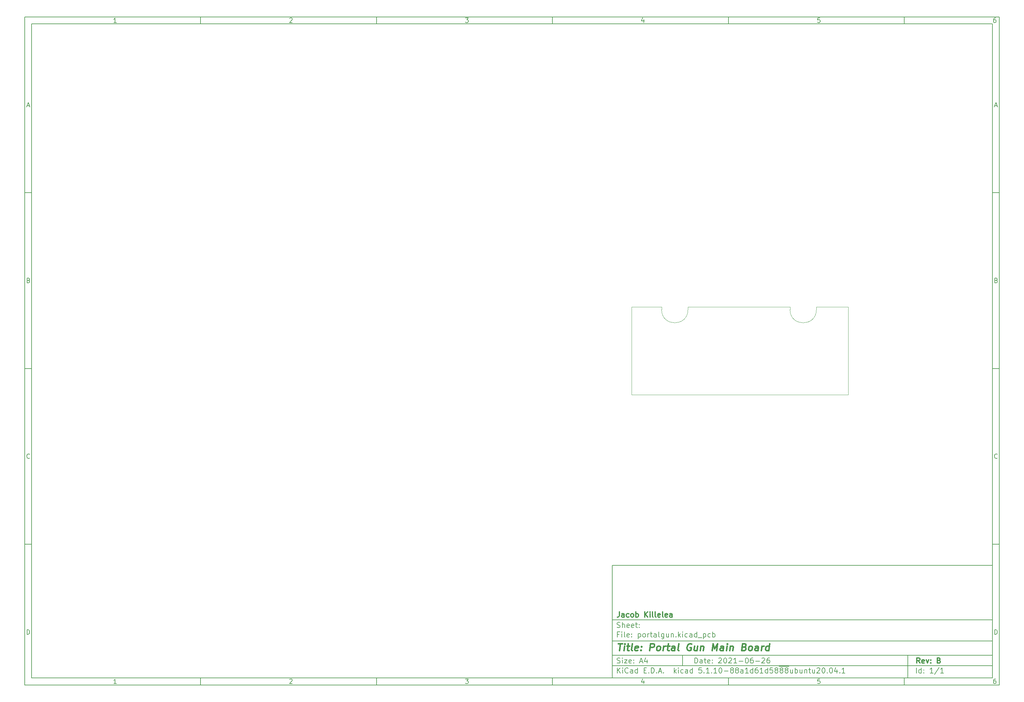
<source format=gbr>
%TF.GenerationSoftware,KiCad,Pcbnew,5.1.10-88a1d61d58~88~ubuntu20.04.1*%
%TF.CreationDate,2021-06-26T15:26:23-05:00*%
%TF.ProjectId,portalgun,706f7274-616c-4677-956e-2e6b69636164,B*%
%TF.SameCoordinates,Original*%
%TF.FileFunction,Profile,NP*%
%FSLAX46Y46*%
G04 Gerber Fmt 4.6, Leading zero omitted, Abs format (unit mm)*
G04 Created by KiCad (PCBNEW 5.1.10-88a1d61d58~88~ubuntu20.04.1) date 2021-06-26 15:26:23*
%MOMM*%
%LPD*%
G01*
G04 APERTURE LIST*
%ADD10C,0.100000*%
%ADD11C,0.150000*%
%ADD12C,0.300000*%
%ADD13C,0.400000*%
%TA.AperFunction,Profile*%
%ADD14C,0.050000*%
%TD*%
G04 APERTURE END LIST*
D10*
D11*
X177002200Y-166007200D02*
X177002200Y-198007200D01*
X285002200Y-198007200D01*
X285002200Y-166007200D01*
X177002200Y-166007200D01*
D10*
D11*
X10000000Y-10000000D02*
X10000000Y-200007200D01*
X287002200Y-200007200D01*
X287002200Y-10000000D01*
X10000000Y-10000000D01*
D10*
D11*
X12000000Y-12000000D02*
X12000000Y-198007200D01*
X285002200Y-198007200D01*
X285002200Y-12000000D01*
X12000000Y-12000000D01*
D10*
D11*
X60000000Y-12000000D02*
X60000000Y-10000000D01*
D10*
D11*
X110000000Y-12000000D02*
X110000000Y-10000000D01*
D10*
D11*
X160000000Y-12000000D02*
X160000000Y-10000000D01*
D10*
D11*
X210000000Y-12000000D02*
X210000000Y-10000000D01*
D10*
D11*
X260000000Y-12000000D02*
X260000000Y-10000000D01*
D10*
D11*
X36065476Y-11588095D02*
X35322619Y-11588095D01*
X35694047Y-11588095D02*
X35694047Y-10288095D01*
X35570238Y-10473809D01*
X35446428Y-10597619D01*
X35322619Y-10659523D01*
D10*
D11*
X85322619Y-10411904D02*
X85384523Y-10350000D01*
X85508333Y-10288095D01*
X85817857Y-10288095D01*
X85941666Y-10350000D01*
X86003571Y-10411904D01*
X86065476Y-10535714D01*
X86065476Y-10659523D01*
X86003571Y-10845238D01*
X85260714Y-11588095D01*
X86065476Y-11588095D01*
D10*
D11*
X135260714Y-10288095D02*
X136065476Y-10288095D01*
X135632142Y-10783333D01*
X135817857Y-10783333D01*
X135941666Y-10845238D01*
X136003571Y-10907142D01*
X136065476Y-11030952D01*
X136065476Y-11340476D01*
X136003571Y-11464285D01*
X135941666Y-11526190D01*
X135817857Y-11588095D01*
X135446428Y-11588095D01*
X135322619Y-11526190D01*
X135260714Y-11464285D01*
D10*
D11*
X185941666Y-10721428D02*
X185941666Y-11588095D01*
X185632142Y-10226190D02*
X185322619Y-11154761D01*
X186127380Y-11154761D01*
D10*
D11*
X236003571Y-10288095D02*
X235384523Y-10288095D01*
X235322619Y-10907142D01*
X235384523Y-10845238D01*
X235508333Y-10783333D01*
X235817857Y-10783333D01*
X235941666Y-10845238D01*
X236003571Y-10907142D01*
X236065476Y-11030952D01*
X236065476Y-11340476D01*
X236003571Y-11464285D01*
X235941666Y-11526190D01*
X235817857Y-11588095D01*
X235508333Y-11588095D01*
X235384523Y-11526190D01*
X235322619Y-11464285D01*
D10*
D11*
X285941666Y-10288095D02*
X285694047Y-10288095D01*
X285570238Y-10350000D01*
X285508333Y-10411904D01*
X285384523Y-10597619D01*
X285322619Y-10845238D01*
X285322619Y-11340476D01*
X285384523Y-11464285D01*
X285446428Y-11526190D01*
X285570238Y-11588095D01*
X285817857Y-11588095D01*
X285941666Y-11526190D01*
X286003571Y-11464285D01*
X286065476Y-11340476D01*
X286065476Y-11030952D01*
X286003571Y-10907142D01*
X285941666Y-10845238D01*
X285817857Y-10783333D01*
X285570238Y-10783333D01*
X285446428Y-10845238D01*
X285384523Y-10907142D01*
X285322619Y-11030952D01*
D10*
D11*
X60000000Y-198007200D02*
X60000000Y-200007200D01*
D10*
D11*
X110000000Y-198007200D02*
X110000000Y-200007200D01*
D10*
D11*
X160000000Y-198007200D02*
X160000000Y-200007200D01*
D10*
D11*
X210000000Y-198007200D02*
X210000000Y-200007200D01*
D10*
D11*
X260000000Y-198007200D02*
X260000000Y-200007200D01*
D10*
D11*
X36065476Y-199595295D02*
X35322619Y-199595295D01*
X35694047Y-199595295D02*
X35694047Y-198295295D01*
X35570238Y-198481009D01*
X35446428Y-198604819D01*
X35322619Y-198666723D01*
D10*
D11*
X85322619Y-198419104D02*
X85384523Y-198357200D01*
X85508333Y-198295295D01*
X85817857Y-198295295D01*
X85941666Y-198357200D01*
X86003571Y-198419104D01*
X86065476Y-198542914D01*
X86065476Y-198666723D01*
X86003571Y-198852438D01*
X85260714Y-199595295D01*
X86065476Y-199595295D01*
D10*
D11*
X135260714Y-198295295D02*
X136065476Y-198295295D01*
X135632142Y-198790533D01*
X135817857Y-198790533D01*
X135941666Y-198852438D01*
X136003571Y-198914342D01*
X136065476Y-199038152D01*
X136065476Y-199347676D01*
X136003571Y-199471485D01*
X135941666Y-199533390D01*
X135817857Y-199595295D01*
X135446428Y-199595295D01*
X135322619Y-199533390D01*
X135260714Y-199471485D01*
D10*
D11*
X185941666Y-198728628D02*
X185941666Y-199595295D01*
X185632142Y-198233390D02*
X185322619Y-199161961D01*
X186127380Y-199161961D01*
D10*
D11*
X236003571Y-198295295D02*
X235384523Y-198295295D01*
X235322619Y-198914342D01*
X235384523Y-198852438D01*
X235508333Y-198790533D01*
X235817857Y-198790533D01*
X235941666Y-198852438D01*
X236003571Y-198914342D01*
X236065476Y-199038152D01*
X236065476Y-199347676D01*
X236003571Y-199471485D01*
X235941666Y-199533390D01*
X235817857Y-199595295D01*
X235508333Y-199595295D01*
X235384523Y-199533390D01*
X235322619Y-199471485D01*
D10*
D11*
X285941666Y-198295295D02*
X285694047Y-198295295D01*
X285570238Y-198357200D01*
X285508333Y-198419104D01*
X285384523Y-198604819D01*
X285322619Y-198852438D01*
X285322619Y-199347676D01*
X285384523Y-199471485D01*
X285446428Y-199533390D01*
X285570238Y-199595295D01*
X285817857Y-199595295D01*
X285941666Y-199533390D01*
X286003571Y-199471485D01*
X286065476Y-199347676D01*
X286065476Y-199038152D01*
X286003571Y-198914342D01*
X285941666Y-198852438D01*
X285817857Y-198790533D01*
X285570238Y-198790533D01*
X285446428Y-198852438D01*
X285384523Y-198914342D01*
X285322619Y-199038152D01*
D10*
D11*
X10000000Y-60000000D02*
X12000000Y-60000000D01*
D10*
D11*
X10000000Y-110000000D02*
X12000000Y-110000000D01*
D10*
D11*
X10000000Y-160000000D02*
X12000000Y-160000000D01*
D10*
D11*
X10690476Y-35216666D02*
X11309523Y-35216666D01*
X10566666Y-35588095D02*
X11000000Y-34288095D01*
X11433333Y-35588095D01*
D10*
D11*
X11092857Y-84907142D02*
X11278571Y-84969047D01*
X11340476Y-85030952D01*
X11402380Y-85154761D01*
X11402380Y-85340476D01*
X11340476Y-85464285D01*
X11278571Y-85526190D01*
X11154761Y-85588095D01*
X10659523Y-85588095D01*
X10659523Y-84288095D01*
X11092857Y-84288095D01*
X11216666Y-84350000D01*
X11278571Y-84411904D01*
X11340476Y-84535714D01*
X11340476Y-84659523D01*
X11278571Y-84783333D01*
X11216666Y-84845238D01*
X11092857Y-84907142D01*
X10659523Y-84907142D01*
D10*
D11*
X11402380Y-135464285D02*
X11340476Y-135526190D01*
X11154761Y-135588095D01*
X11030952Y-135588095D01*
X10845238Y-135526190D01*
X10721428Y-135402380D01*
X10659523Y-135278571D01*
X10597619Y-135030952D01*
X10597619Y-134845238D01*
X10659523Y-134597619D01*
X10721428Y-134473809D01*
X10845238Y-134350000D01*
X11030952Y-134288095D01*
X11154761Y-134288095D01*
X11340476Y-134350000D01*
X11402380Y-134411904D01*
D10*
D11*
X10659523Y-185588095D02*
X10659523Y-184288095D01*
X10969047Y-184288095D01*
X11154761Y-184350000D01*
X11278571Y-184473809D01*
X11340476Y-184597619D01*
X11402380Y-184845238D01*
X11402380Y-185030952D01*
X11340476Y-185278571D01*
X11278571Y-185402380D01*
X11154761Y-185526190D01*
X10969047Y-185588095D01*
X10659523Y-185588095D01*
D10*
D11*
X287002200Y-60000000D02*
X285002200Y-60000000D01*
D10*
D11*
X287002200Y-110000000D02*
X285002200Y-110000000D01*
D10*
D11*
X287002200Y-160000000D02*
X285002200Y-160000000D01*
D10*
D11*
X285692676Y-35216666D02*
X286311723Y-35216666D01*
X285568866Y-35588095D02*
X286002200Y-34288095D01*
X286435533Y-35588095D01*
D10*
D11*
X286095057Y-84907142D02*
X286280771Y-84969047D01*
X286342676Y-85030952D01*
X286404580Y-85154761D01*
X286404580Y-85340476D01*
X286342676Y-85464285D01*
X286280771Y-85526190D01*
X286156961Y-85588095D01*
X285661723Y-85588095D01*
X285661723Y-84288095D01*
X286095057Y-84288095D01*
X286218866Y-84350000D01*
X286280771Y-84411904D01*
X286342676Y-84535714D01*
X286342676Y-84659523D01*
X286280771Y-84783333D01*
X286218866Y-84845238D01*
X286095057Y-84907142D01*
X285661723Y-84907142D01*
D10*
D11*
X286404580Y-135464285D02*
X286342676Y-135526190D01*
X286156961Y-135588095D01*
X286033152Y-135588095D01*
X285847438Y-135526190D01*
X285723628Y-135402380D01*
X285661723Y-135278571D01*
X285599819Y-135030952D01*
X285599819Y-134845238D01*
X285661723Y-134597619D01*
X285723628Y-134473809D01*
X285847438Y-134350000D01*
X286033152Y-134288095D01*
X286156961Y-134288095D01*
X286342676Y-134350000D01*
X286404580Y-134411904D01*
D10*
D11*
X285661723Y-185588095D02*
X285661723Y-184288095D01*
X285971247Y-184288095D01*
X286156961Y-184350000D01*
X286280771Y-184473809D01*
X286342676Y-184597619D01*
X286404580Y-184845238D01*
X286404580Y-185030952D01*
X286342676Y-185278571D01*
X286280771Y-185402380D01*
X286156961Y-185526190D01*
X285971247Y-185588095D01*
X285661723Y-185588095D01*
D10*
D11*
X200434342Y-193785771D02*
X200434342Y-192285771D01*
X200791485Y-192285771D01*
X201005771Y-192357200D01*
X201148628Y-192500057D01*
X201220057Y-192642914D01*
X201291485Y-192928628D01*
X201291485Y-193142914D01*
X201220057Y-193428628D01*
X201148628Y-193571485D01*
X201005771Y-193714342D01*
X200791485Y-193785771D01*
X200434342Y-193785771D01*
X202577200Y-193785771D02*
X202577200Y-193000057D01*
X202505771Y-192857200D01*
X202362914Y-192785771D01*
X202077200Y-192785771D01*
X201934342Y-192857200D01*
X202577200Y-193714342D02*
X202434342Y-193785771D01*
X202077200Y-193785771D01*
X201934342Y-193714342D01*
X201862914Y-193571485D01*
X201862914Y-193428628D01*
X201934342Y-193285771D01*
X202077200Y-193214342D01*
X202434342Y-193214342D01*
X202577200Y-193142914D01*
X203077200Y-192785771D02*
X203648628Y-192785771D01*
X203291485Y-192285771D02*
X203291485Y-193571485D01*
X203362914Y-193714342D01*
X203505771Y-193785771D01*
X203648628Y-193785771D01*
X204720057Y-193714342D02*
X204577200Y-193785771D01*
X204291485Y-193785771D01*
X204148628Y-193714342D01*
X204077200Y-193571485D01*
X204077200Y-193000057D01*
X204148628Y-192857200D01*
X204291485Y-192785771D01*
X204577200Y-192785771D01*
X204720057Y-192857200D01*
X204791485Y-193000057D01*
X204791485Y-193142914D01*
X204077200Y-193285771D01*
X205434342Y-193642914D02*
X205505771Y-193714342D01*
X205434342Y-193785771D01*
X205362914Y-193714342D01*
X205434342Y-193642914D01*
X205434342Y-193785771D01*
X205434342Y-192857200D02*
X205505771Y-192928628D01*
X205434342Y-193000057D01*
X205362914Y-192928628D01*
X205434342Y-192857200D01*
X205434342Y-193000057D01*
X207220057Y-192428628D02*
X207291485Y-192357200D01*
X207434342Y-192285771D01*
X207791485Y-192285771D01*
X207934342Y-192357200D01*
X208005771Y-192428628D01*
X208077200Y-192571485D01*
X208077200Y-192714342D01*
X208005771Y-192928628D01*
X207148628Y-193785771D01*
X208077200Y-193785771D01*
X209005771Y-192285771D02*
X209148628Y-192285771D01*
X209291485Y-192357200D01*
X209362914Y-192428628D01*
X209434342Y-192571485D01*
X209505771Y-192857200D01*
X209505771Y-193214342D01*
X209434342Y-193500057D01*
X209362914Y-193642914D01*
X209291485Y-193714342D01*
X209148628Y-193785771D01*
X209005771Y-193785771D01*
X208862914Y-193714342D01*
X208791485Y-193642914D01*
X208720057Y-193500057D01*
X208648628Y-193214342D01*
X208648628Y-192857200D01*
X208720057Y-192571485D01*
X208791485Y-192428628D01*
X208862914Y-192357200D01*
X209005771Y-192285771D01*
X210077200Y-192428628D02*
X210148628Y-192357200D01*
X210291485Y-192285771D01*
X210648628Y-192285771D01*
X210791485Y-192357200D01*
X210862914Y-192428628D01*
X210934342Y-192571485D01*
X210934342Y-192714342D01*
X210862914Y-192928628D01*
X210005771Y-193785771D01*
X210934342Y-193785771D01*
X212362914Y-193785771D02*
X211505771Y-193785771D01*
X211934342Y-193785771D02*
X211934342Y-192285771D01*
X211791485Y-192500057D01*
X211648628Y-192642914D01*
X211505771Y-192714342D01*
X213005771Y-193214342D02*
X214148628Y-193214342D01*
X215148628Y-192285771D02*
X215291485Y-192285771D01*
X215434342Y-192357200D01*
X215505771Y-192428628D01*
X215577200Y-192571485D01*
X215648628Y-192857200D01*
X215648628Y-193214342D01*
X215577200Y-193500057D01*
X215505771Y-193642914D01*
X215434342Y-193714342D01*
X215291485Y-193785771D01*
X215148628Y-193785771D01*
X215005771Y-193714342D01*
X214934342Y-193642914D01*
X214862914Y-193500057D01*
X214791485Y-193214342D01*
X214791485Y-192857200D01*
X214862914Y-192571485D01*
X214934342Y-192428628D01*
X215005771Y-192357200D01*
X215148628Y-192285771D01*
X216934342Y-192285771D02*
X216648628Y-192285771D01*
X216505771Y-192357200D01*
X216434342Y-192428628D01*
X216291485Y-192642914D01*
X216220057Y-192928628D01*
X216220057Y-193500057D01*
X216291485Y-193642914D01*
X216362914Y-193714342D01*
X216505771Y-193785771D01*
X216791485Y-193785771D01*
X216934342Y-193714342D01*
X217005771Y-193642914D01*
X217077200Y-193500057D01*
X217077200Y-193142914D01*
X217005771Y-193000057D01*
X216934342Y-192928628D01*
X216791485Y-192857200D01*
X216505771Y-192857200D01*
X216362914Y-192928628D01*
X216291485Y-193000057D01*
X216220057Y-193142914D01*
X217720057Y-193214342D02*
X218862914Y-193214342D01*
X219505771Y-192428628D02*
X219577200Y-192357200D01*
X219720057Y-192285771D01*
X220077200Y-192285771D01*
X220220057Y-192357200D01*
X220291485Y-192428628D01*
X220362914Y-192571485D01*
X220362914Y-192714342D01*
X220291485Y-192928628D01*
X219434342Y-193785771D01*
X220362914Y-193785771D01*
X221648628Y-192285771D02*
X221362914Y-192285771D01*
X221220057Y-192357200D01*
X221148628Y-192428628D01*
X221005771Y-192642914D01*
X220934342Y-192928628D01*
X220934342Y-193500057D01*
X221005771Y-193642914D01*
X221077200Y-193714342D01*
X221220057Y-193785771D01*
X221505771Y-193785771D01*
X221648628Y-193714342D01*
X221720057Y-193642914D01*
X221791485Y-193500057D01*
X221791485Y-193142914D01*
X221720057Y-193000057D01*
X221648628Y-192928628D01*
X221505771Y-192857200D01*
X221220057Y-192857200D01*
X221077200Y-192928628D01*
X221005771Y-193000057D01*
X220934342Y-193142914D01*
D10*
D11*
X177002200Y-194507200D02*
X285002200Y-194507200D01*
D10*
D11*
X178434342Y-196585771D02*
X178434342Y-195085771D01*
X179291485Y-196585771D02*
X178648628Y-195728628D01*
X179291485Y-195085771D02*
X178434342Y-195942914D01*
X179934342Y-196585771D02*
X179934342Y-195585771D01*
X179934342Y-195085771D02*
X179862914Y-195157200D01*
X179934342Y-195228628D01*
X180005771Y-195157200D01*
X179934342Y-195085771D01*
X179934342Y-195228628D01*
X181505771Y-196442914D02*
X181434342Y-196514342D01*
X181220057Y-196585771D01*
X181077200Y-196585771D01*
X180862914Y-196514342D01*
X180720057Y-196371485D01*
X180648628Y-196228628D01*
X180577200Y-195942914D01*
X180577200Y-195728628D01*
X180648628Y-195442914D01*
X180720057Y-195300057D01*
X180862914Y-195157200D01*
X181077200Y-195085771D01*
X181220057Y-195085771D01*
X181434342Y-195157200D01*
X181505771Y-195228628D01*
X182791485Y-196585771D02*
X182791485Y-195800057D01*
X182720057Y-195657200D01*
X182577200Y-195585771D01*
X182291485Y-195585771D01*
X182148628Y-195657200D01*
X182791485Y-196514342D02*
X182648628Y-196585771D01*
X182291485Y-196585771D01*
X182148628Y-196514342D01*
X182077200Y-196371485D01*
X182077200Y-196228628D01*
X182148628Y-196085771D01*
X182291485Y-196014342D01*
X182648628Y-196014342D01*
X182791485Y-195942914D01*
X184148628Y-196585771D02*
X184148628Y-195085771D01*
X184148628Y-196514342D02*
X184005771Y-196585771D01*
X183720057Y-196585771D01*
X183577200Y-196514342D01*
X183505771Y-196442914D01*
X183434342Y-196300057D01*
X183434342Y-195871485D01*
X183505771Y-195728628D01*
X183577200Y-195657200D01*
X183720057Y-195585771D01*
X184005771Y-195585771D01*
X184148628Y-195657200D01*
X186005771Y-195800057D02*
X186505771Y-195800057D01*
X186720057Y-196585771D02*
X186005771Y-196585771D01*
X186005771Y-195085771D01*
X186720057Y-195085771D01*
X187362914Y-196442914D02*
X187434342Y-196514342D01*
X187362914Y-196585771D01*
X187291485Y-196514342D01*
X187362914Y-196442914D01*
X187362914Y-196585771D01*
X188077200Y-196585771D02*
X188077200Y-195085771D01*
X188434342Y-195085771D01*
X188648628Y-195157200D01*
X188791485Y-195300057D01*
X188862914Y-195442914D01*
X188934342Y-195728628D01*
X188934342Y-195942914D01*
X188862914Y-196228628D01*
X188791485Y-196371485D01*
X188648628Y-196514342D01*
X188434342Y-196585771D01*
X188077200Y-196585771D01*
X189577200Y-196442914D02*
X189648628Y-196514342D01*
X189577200Y-196585771D01*
X189505771Y-196514342D01*
X189577200Y-196442914D01*
X189577200Y-196585771D01*
X190220057Y-196157200D02*
X190934342Y-196157200D01*
X190077200Y-196585771D02*
X190577200Y-195085771D01*
X191077200Y-196585771D01*
X191577200Y-196442914D02*
X191648628Y-196514342D01*
X191577200Y-196585771D01*
X191505771Y-196514342D01*
X191577200Y-196442914D01*
X191577200Y-196585771D01*
X194577200Y-196585771D02*
X194577200Y-195085771D01*
X194720057Y-196014342D02*
X195148628Y-196585771D01*
X195148628Y-195585771D02*
X194577200Y-196157200D01*
X195791485Y-196585771D02*
X195791485Y-195585771D01*
X195791485Y-195085771D02*
X195720057Y-195157200D01*
X195791485Y-195228628D01*
X195862914Y-195157200D01*
X195791485Y-195085771D01*
X195791485Y-195228628D01*
X197148628Y-196514342D02*
X197005771Y-196585771D01*
X196720057Y-196585771D01*
X196577200Y-196514342D01*
X196505771Y-196442914D01*
X196434342Y-196300057D01*
X196434342Y-195871485D01*
X196505771Y-195728628D01*
X196577200Y-195657200D01*
X196720057Y-195585771D01*
X197005771Y-195585771D01*
X197148628Y-195657200D01*
X198434342Y-196585771D02*
X198434342Y-195800057D01*
X198362914Y-195657200D01*
X198220057Y-195585771D01*
X197934342Y-195585771D01*
X197791485Y-195657200D01*
X198434342Y-196514342D02*
X198291485Y-196585771D01*
X197934342Y-196585771D01*
X197791485Y-196514342D01*
X197720057Y-196371485D01*
X197720057Y-196228628D01*
X197791485Y-196085771D01*
X197934342Y-196014342D01*
X198291485Y-196014342D01*
X198434342Y-195942914D01*
X199791485Y-196585771D02*
X199791485Y-195085771D01*
X199791485Y-196514342D02*
X199648628Y-196585771D01*
X199362914Y-196585771D01*
X199220057Y-196514342D01*
X199148628Y-196442914D01*
X199077200Y-196300057D01*
X199077200Y-195871485D01*
X199148628Y-195728628D01*
X199220057Y-195657200D01*
X199362914Y-195585771D01*
X199648628Y-195585771D01*
X199791485Y-195657200D01*
X202362914Y-195085771D02*
X201648628Y-195085771D01*
X201577200Y-195800057D01*
X201648628Y-195728628D01*
X201791485Y-195657200D01*
X202148628Y-195657200D01*
X202291485Y-195728628D01*
X202362914Y-195800057D01*
X202434342Y-195942914D01*
X202434342Y-196300057D01*
X202362914Y-196442914D01*
X202291485Y-196514342D01*
X202148628Y-196585771D01*
X201791485Y-196585771D01*
X201648628Y-196514342D01*
X201577200Y-196442914D01*
X203077200Y-196442914D02*
X203148628Y-196514342D01*
X203077200Y-196585771D01*
X203005771Y-196514342D01*
X203077200Y-196442914D01*
X203077200Y-196585771D01*
X204577200Y-196585771D02*
X203720057Y-196585771D01*
X204148628Y-196585771D02*
X204148628Y-195085771D01*
X204005771Y-195300057D01*
X203862914Y-195442914D01*
X203720057Y-195514342D01*
X205220057Y-196442914D02*
X205291485Y-196514342D01*
X205220057Y-196585771D01*
X205148628Y-196514342D01*
X205220057Y-196442914D01*
X205220057Y-196585771D01*
X206720057Y-196585771D02*
X205862914Y-196585771D01*
X206291485Y-196585771D02*
X206291485Y-195085771D01*
X206148628Y-195300057D01*
X206005771Y-195442914D01*
X205862914Y-195514342D01*
X207648628Y-195085771D02*
X207791485Y-195085771D01*
X207934342Y-195157200D01*
X208005771Y-195228628D01*
X208077200Y-195371485D01*
X208148628Y-195657200D01*
X208148628Y-196014342D01*
X208077200Y-196300057D01*
X208005771Y-196442914D01*
X207934342Y-196514342D01*
X207791485Y-196585771D01*
X207648628Y-196585771D01*
X207505771Y-196514342D01*
X207434342Y-196442914D01*
X207362914Y-196300057D01*
X207291485Y-196014342D01*
X207291485Y-195657200D01*
X207362914Y-195371485D01*
X207434342Y-195228628D01*
X207505771Y-195157200D01*
X207648628Y-195085771D01*
X208791485Y-196014342D02*
X209934342Y-196014342D01*
X210862914Y-195728628D02*
X210720057Y-195657200D01*
X210648628Y-195585771D01*
X210577200Y-195442914D01*
X210577200Y-195371485D01*
X210648628Y-195228628D01*
X210720057Y-195157200D01*
X210862914Y-195085771D01*
X211148628Y-195085771D01*
X211291485Y-195157200D01*
X211362914Y-195228628D01*
X211434342Y-195371485D01*
X211434342Y-195442914D01*
X211362914Y-195585771D01*
X211291485Y-195657200D01*
X211148628Y-195728628D01*
X210862914Y-195728628D01*
X210720057Y-195800057D01*
X210648628Y-195871485D01*
X210577200Y-196014342D01*
X210577200Y-196300057D01*
X210648628Y-196442914D01*
X210720057Y-196514342D01*
X210862914Y-196585771D01*
X211148628Y-196585771D01*
X211291485Y-196514342D01*
X211362914Y-196442914D01*
X211434342Y-196300057D01*
X211434342Y-196014342D01*
X211362914Y-195871485D01*
X211291485Y-195800057D01*
X211148628Y-195728628D01*
X212291485Y-195728628D02*
X212148628Y-195657200D01*
X212077200Y-195585771D01*
X212005771Y-195442914D01*
X212005771Y-195371485D01*
X212077200Y-195228628D01*
X212148628Y-195157200D01*
X212291485Y-195085771D01*
X212577200Y-195085771D01*
X212720057Y-195157200D01*
X212791485Y-195228628D01*
X212862914Y-195371485D01*
X212862914Y-195442914D01*
X212791485Y-195585771D01*
X212720057Y-195657200D01*
X212577200Y-195728628D01*
X212291485Y-195728628D01*
X212148628Y-195800057D01*
X212077200Y-195871485D01*
X212005771Y-196014342D01*
X212005771Y-196300057D01*
X212077200Y-196442914D01*
X212148628Y-196514342D01*
X212291485Y-196585771D01*
X212577200Y-196585771D01*
X212720057Y-196514342D01*
X212791485Y-196442914D01*
X212862914Y-196300057D01*
X212862914Y-196014342D01*
X212791485Y-195871485D01*
X212720057Y-195800057D01*
X212577200Y-195728628D01*
X214148628Y-196585771D02*
X214148628Y-195800057D01*
X214077200Y-195657200D01*
X213934342Y-195585771D01*
X213648628Y-195585771D01*
X213505771Y-195657200D01*
X214148628Y-196514342D02*
X214005771Y-196585771D01*
X213648628Y-196585771D01*
X213505771Y-196514342D01*
X213434342Y-196371485D01*
X213434342Y-196228628D01*
X213505771Y-196085771D01*
X213648628Y-196014342D01*
X214005771Y-196014342D01*
X214148628Y-195942914D01*
X215648628Y-196585771D02*
X214791485Y-196585771D01*
X215220057Y-196585771D02*
X215220057Y-195085771D01*
X215077200Y-195300057D01*
X214934342Y-195442914D01*
X214791485Y-195514342D01*
X216934342Y-196585771D02*
X216934342Y-195085771D01*
X216934342Y-196514342D02*
X216791485Y-196585771D01*
X216505771Y-196585771D01*
X216362914Y-196514342D01*
X216291485Y-196442914D01*
X216220057Y-196300057D01*
X216220057Y-195871485D01*
X216291485Y-195728628D01*
X216362914Y-195657200D01*
X216505771Y-195585771D01*
X216791485Y-195585771D01*
X216934342Y-195657200D01*
X218291485Y-195085771D02*
X218005771Y-195085771D01*
X217862914Y-195157200D01*
X217791485Y-195228628D01*
X217648628Y-195442914D01*
X217577200Y-195728628D01*
X217577200Y-196300057D01*
X217648628Y-196442914D01*
X217720057Y-196514342D01*
X217862914Y-196585771D01*
X218148628Y-196585771D01*
X218291485Y-196514342D01*
X218362914Y-196442914D01*
X218434342Y-196300057D01*
X218434342Y-195942914D01*
X218362914Y-195800057D01*
X218291485Y-195728628D01*
X218148628Y-195657200D01*
X217862914Y-195657200D01*
X217720057Y-195728628D01*
X217648628Y-195800057D01*
X217577200Y-195942914D01*
X219862914Y-196585771D02*
X219005771Y-196585771D01*
X219434342Y-196585771D02*
X219434342Y-195085771D01*
X219291485Y-195300057D01*
X219148628Y-195442914D01*
X219005771Y-195514342D01*
X221148628Y-196585771D02*
X221148628Y-195085771D01*
X221148628Y-196514342D02*
X221005771Y-196585771D01*
X220720057Y-196585771D01*
X220577200Y-196514342D01*
X220505771Y-196442914D01*
X220434342Y-196300057D01*
X220434342Y-195871485D01*
X220505771Y-195728628D01*
X220577200Y-195657200D01*
X220720057Y-195585771D01*
X221005771Y-195585771D01*
X221148628Y-195657200D01*
X222577200Y-195085771D02*
X221862914Y-195085771D01*
X221791485Y-195800057D01*
X221862914Y-195728628D01*
X222005771Y-195657200D01*
X222362914Y-195657200D01*
X222505771Y-195728628D01*
X222577200Y-195800057D01*
X222648628Y-195942914D01*
X222648628Y-196300057D01*
X222577200Y-196442914D01*
X222505771Y-196514342D01*
X222362914Y-196585771D01*
X222005771Y-196585771D01*
X221862914Y-196514342D01*
X221791485Y-196442914D01*
X223505771Y-195728628D02*
X223362914Y-195657200D01*
X223291485Y-195585771D01*
X223220057Y-195442914D01*
X223220057Y-195371485D01*
X223291485Y-195228628D01*
X223362914Y-195157200D01*
X223505771Y-195085771D01*
X223791485Y-195085771D01*
X223934342Y-195157200D01*
X224005771Y-195228628D01*
X224077200Y-195371485D01*
X224077200Y-195442914D01*
X224005771Y-195585771D01*
X223934342Y-195657200D01*
X223791485Y-195728628D01*
X223505771Y-195728628D01*
X223362914Y-195800057D01*
X223291485Y-195871485D01*
X223220057Y-196014342D01*
X223220057Y-196300057D01*
X223291485Y-196442914D01*
X223362914Y-196514342D01*
X223505771Y-196585771D01*
X223791485Y-196585771D01*
X223934342Y-196514342D01*
X224005771Y-196442914D01*
X224077200Y-196300057D01*
X224077200Y-196014342D01*
X224005771Y-195871485D01*
X223934342Y-195800057D01*
X223791485Y-195728628D01*
X224362914Y-194677200D02*
X225791485Y-194677200D01*
X224934342Y-195728628D02*
X224791485Y-195657200D01*
X224720057Y-195585771D01*
X224648628Y-195442914D01*
X224648628Y-195371485D01*
X224720057Y-195228628D01*
X224791485Y-195157200D01*
X224934342Y-195085771D01*
X225220057Y-195085771D01*
X225362914Y-195157200D01*
X225434342Y-195228628D01*
X225505771Y-195371485D01*
X225505771Y-195442914D01*
X225434342Y-195585771D01*
X225362914Y-195657200D01*
X225220057Y-195728628D01*
X224934342Y-195728628D01*
X224791485Y-195800057D01*
X224720057Y-195871485D01*
X224648628Y-196014342D01*
X224648628Y-196300057D01*
X224720057Y-196442914D01*
X224791485Y-196514342D01*
X224934342Y-196585771D01*
X225220057Y-196585771D01*
X225362914Y-196514342D01*
X225434342Y-196442914D01*
X225505771Y-196300057D01*
X225505771Y-196014342D01*
X225434342Y-195871485D01*
X225362914Y-195800057D01*
X225220057Y-195728628D01*
X225791485Y-194677200D02*
X227220057Y-194677200D01*
X226362914Y-195728628D02*
X226220057Y-195657200D01*
X226148628Y-195585771D01*
X226077199Y-195442914D01*
X226077199Y-195371485D01*
X226148628Y-195228628D01*
X226220057Y-195157200D01*
X226362914Y-195085771D01*
X226648628Y-195085771D01*
X226791485Y-195157200D01*
X226862914Y-195228628D01*
X226934342Y-195371485D01*
X226934342Y-195442914D01*
X226862914Y-195585771D01*
X226791485Y-195657200D01*
X226648628Y-195728628D01*
X226362914Y-195728628D01*
X226220057Y-195800057D01*
X226148628Y-195871485D01*
X226077199Y-196014342D01*
X226077199Y-196300057D01*
X226148628Y-196442914D01*
X226220057Y-196514342D01*
X226362914Y-196585771D01*
X226648628Y-196585771D01*
X226791485Y-196514342D01*
X226862914Y-196442914D01*
X226934342Y-196300057D01*
X226934342Y-196014342D01*
X226862914Y-195871485D01*
X226791485Y-195800057D01*
X226648628Y-195728628D01*
X228220057Y-195585771D02*
X228220057Y-196585771D01*
X227577199Y-195585771D02*
X227577199Y-196371485D01*
X227648628Y-196514342D01*
X227791485Y-196585771D01*
X228005771Y-196585771D01*
X228148628Y-196514342D01*
X228220057Y-196442914D01*
X228934342Y-196585771D02*
X228934342Y-195085771D01*
X228934342Y-195657200D02*
X229077199Y-195585771D01*
X229362914Y-195585771D01*
X229505771Y-195657200D01*
X229577199Y-195728628D01*
X229648628Y-195871485D01*
X229648628Y-196300057D01*
X229577199Y-196442914D01*
X229505771Y-196514342D01*
X229362914Y-196585771D01*
X229077199Y-196585771D01*
X228934342Y-196514342D01*
X230934342Y-195585771D02*
X230934342Y-196585771D01*
X230291485Y-195585771D02*
X230291485Y-196371485D01*
X230362914Y-196514342D01*
X230505771Y-196585771D01*
X230720057Y-196585771D01*
X230862914Y-196514342D01*
X230934342Y-196442914D01*
X231648628Y-195585771D02*
X231648628Y-196585771D01*
X231648628Y-195728628D02*
X231720057Y-195657200D01*
X231862914Y-195585771D01*
X232077199Y-195585771D01*
X232220057Y-195657200D01*
X232291485Y-195800057D01*
X232291485Y-196585771D01*
X232791485Y-195585771D02*
X233362914Y-195585771D01*
X233005771Y-195085771D02*
X233005771Y-196371485D01*
X233077199Y-196514342D01*
X233220057Y-196585771D01*
X233362914Y-196585771D01*
X234505771Y-195585771D02*
X234505771Y-196585771D01*
X233862914Y-195585771D02*
X233862914Y-196371485D01*
X233934342Y-196514342D01*
X234077200Y-196585771D01*
X234291485Y-196585771D01*
X234434342Y-196514342D01*
X234505771Y-196442914D01*
X235148628Y-195228628D02*
X235220057Y-195157200D01*
X235362914Y-195085771D01*
X235720057Y-195085771D01*
X235862914Y-195157200D01*
X235934342Y-195228628D01*
X236005771Y-195371485D01*
X236005771Y-195514342D01*
X235934342Y-195728628D01*
X235077200Y-196585771D01*
X236005771Y-196585771D01*
X236934342Y-195085771D02*
X237077199Y-195085771D01*
X237220057Y-195157200D01*
X237291485Y-195228628D01*
X237362914Y-195371485D01*
X237434342Y-195657200D01*
X237434342Y-196014342D01*
X237362914Y-196300057D01*
X237291485Y-196442914D01*
X237220057Y-196514342D01*
X237077199Y-196585771D01*
X236934342Y-196585771D01*
X236791485Y-196514342D01*
X236720057Y-196442914D01*
X236648628Y-196300057D01*
X236577199Y-196014342D01*
X236577199Y-195657200D01*
X236648628Y-195371485D01*
X236720057Y-195228628D01*
X236791485Y-195157200D01*
X236934342Y-195085771D01*
X238077199Y-196442914D02*
X238148628Y-196514342D01*
X238077199Y-196585771D01*
X238005771Y-196514342D01*
X238077199Y-196442914D01*
X238077199Y-196585771D01*
X239077199Y-195085771D02*
X239220057Y-195085771D01*
X239362914Y-195157200D01*
X239434342Y-195228628D01*
X239505771Y-195371485D01*
X239577199Y-195657200D01*
X239577199Y-196014342D01*
X239505771Y-196300057D01*
X239434342Y-196442914D01*
X239362914Y-196514342D01*
X239220057Y-196585771D01*
X239077199Y-196585771D01*
X238934342Y-196514342D01*
X238862914Y-196442914D01*
X238791485Y-196300057D01*
X238720057Y-196014342D01*
X238720057Y-195657200D01*
X238791485Y-195371485D01*
X238862914Y-195228628D01*
X238934342Y-195157200D01*
X239077199Y-195085771D01*
X240862914Y-195585771D02*
X240862914Y-196585771D01*
X240505771Y-195014342D02*
X240148628Y-196085771D01*
X241077199Y-196085771D01*
X241648628Y-196442914D02*
X241720057Y-196514342D01*
X241648628Y-196585771D01*
X241577199Y-196514342D01*
X241648628Y-196442914D01*
X241648628Y-196585771D01*
X243148628Y-196585771D02*
X242291485Y-196585771D01*
X242720057Y-196585771D02*
X242720057Y-195085771D01*
X242577199Y-195300057D01*
X242434342Y-195442914D01*
X242291485Y-195514342D01*
D10*
D11*
X177002200Y-191507200D02*
X285002200Y-191507200D01*
D10*
D12*
X264411485Y-193785771D02*
X263911485Y-193071485D01*
X263554342Y-193785771D02*
X263554342Y-192285771D01*
X264125771Y-192285771D01*
X264268628Y-192357200D01*
X264340057Y-192428628D01*
X264411485Y-192571485D01*
X264411485Y-192785771D01*
X264340057Y-192928628D01*
X264268628Y-193000057D01*
X264125771Y-193071485D01*
X263554342Y-193071485D01*
X265625771Y-193714342D02*
X265482914Y-193785771D01*
X265197200Y-193785771D01*
X265054342Y-193714342D01*
X264982914Y-193571485D01*
X264982914Y-193000057D01*
X265054342Y-192857200D01*
X265197200Y-192785771D01*
X265482914Y-192785771D01*
X265625771Y-192857200D01*
X265697200Y-193000057D01*
X265697200Y-193142914D01*
X264982914Y-193285771D01*
X266197200Y-192785771D02*
X266554342Y-193785771D01*
X266911485Y-192785771D01*
X267482914Y-193642914D02*
X267554342Y-193714342D01*
X267482914Y-193785771D01*
X267411485Y-193714342D01*
X267482914Y-193642914D01*
X267482914Y-193785771D01*
X267482914Y-192857200D02*
X267554342Y-192928628D01*
X267482914Y-193000057D01*
X267411485Y-192928628D01*
X267482914Y-192857200D01*
X267482914Y-193000057D01*
X269840057Y-193000057D02*
X270054342Y-193071485D01*
X270125771Y-193142914D01*
X270197200Y-193285771D01*
X270197200Y-193500057D01*
X270125771Y-193642914D01*
X270054342Y-193714342D01*
X269911485Y-193785771D01*
X269340057Y-193785771D01*
X269340057Y-192285771D01*
X269840057Y-192285771D01*
X269982914Y-192357200D01*
X270054342Y-192428628D01*
X270125771Y-192571485D01*
X270125771Y-192714342D01*
X270054342Y-192857200D01*
X269982914Y-192928628D01*
X269840057Y-193000057D01*
X269340057Y-193000057D01*
D10*
D11*
X178362914Y-193714342D02*
X178577200Y-193785771D01*
X178934342Y-193785771D01*
X179077200Y-193714342D01*
X179148628Y-193642914D01*
X179220057Y-193500057D01*
X179220057Y-193357200D01*
X179148628Y-193214342D01*
X179077200Y-193142914D01*
X178934342Y-193071485D01*
X178648628Y-193000057D01*
X178505771Y-192928628D01*
X178434342Y-192857200D01*
X178362914Y-192714342D01*
X178362914Y-192571485D01*
X178434342Y-192428628D01*
X178505771Y-192357200D01*
X178648628Y-192285771D01*
X179005771Y-192285771D01*
X179220057Y-192357200D01*
X179862914Y-193785771D02*
X179862914Y-192785771D01*
X179862914Y-192285771D02*
X179791485Y-192357200D01*
X179862914Y-192428628D01*
X179934342Y-192357200D01*
X179862914Y-192285771D01*
X179862914Y-192428628D01*
X180434342Y-192785771D02*
X181220057Y-192785771D01*
X180434342Y-193785771D01*
X181220057Y-193785771D01*
X182362914Y-193714342D02*
X182220057Y-193785771D01*
X181934342Y-193785771D01*
X181791485Y-193714342D01*
X181720057Y-193571485D01*
X181720057Y-193000057D01*
X181791485Y-192857200D01*
X181934342Y-192785771D01*
X182220057Y-192785771D01*
X182362914Y-192857200D01*
X182434342Y-193000057D01*
X182434342Y-193142914D01*
X181720057Y-193285771D01*
X183077200Y-193642914D02*
X183148628Y-193714342D01*
X183077200Y-193785771D01*
X183005771Y-193714342D01*
X183077200Y-193642914D01*
X183077200Y-193785771D01*
X183077200Y-192857200D02*
X183148628Y-192928628D01*
X183077200Y-193000057D01*
X183005771Y-192928628D01*
X183077200Y-192857200D01*
X183077200Y-193000057D01*
X184862914Y-193357200D02*
X185577200Y-193357200D01*
X184720057Y-193785771D02*
X185220057Y-192285771D01*
X185720057Y-193785771D01*
X186862914Y-192785771D02*
X186862914Y-193785771D01*
X186505771Y-192214342D02*
X186148628Y-193285771D01*
X187077200Y-193285771D01*
D10*
D11*
X263434342Y-196585771D02*
X263434342Y-195085771D01*
X264791485Y-196585771D02*
X264791485Y-195085771D01*
X264791485Y-196514342D02*
X264648628Y-196585771D01*
X264362914Y-196585771D01*
X264220057Y-196514342D01*
X264148628Y-196442914D01*
X264077200Y-196300057D01*
X264077200Y-195871485D01*
X264148628Y-195728628D01*
X264220057Y-195657200D01*
X264362914Y-195585771D01*
X264648628Y-195585771D01*
X264791485Y-195657200D01*
X265505771Y-196442914D02*
X265577200Y-196514342D01*
X265505771Y-196585771D01*
X265434342Y-196514342D01*
X265505771Y-196442914D01*
X265505771Y-196585771D01*
X265505771Y-195657200D02*
X265577200Y-195728628D01*
X265505771Y-195800057D01*
X265434342Y-195728628D01*
X265505771Y-195657200D01*
X265505771Y-195800057D01*
X268148628Y-196585771D02*
X267291485Y-196585771D01*
X267720057Y-196585771D02*
X267720057Y-195085771D01*
X267577200Y-195300057D01*
X267434342Y-195442914D01*
X267291485Y-195514342D01*
X269862914Y-195014342D02*
X268577200Y-196942914D01*
X271148628Y-196585771D02*
X270291485Y-196585771D01*
X270720057Y-196585771D02*
X270720057Y-195085771D01*
X270577200Y-195300057D01*
X270434342Y-195442914D01*
X270291485Y-195514342D01*
D10*
D11*
X177002200Y-187507200D02*
X285002200Y-187507200D01*
D10*
D13*
X178714580Y-188211961D02*
X179857438Y-188211961D01*
X179036009Y-190211961D02*
X179286009Y-188211961D01*
X180274104Y-190211961D02*
X180440771Y-188878628D01*
X180524104Y-188211961D02*
X180416961Y-188307200D01*
X180500295Y-188402438D01*
X180607438Y-188307200D01*
X180524104Y-188211961D01*
X180500295Y-188402438D01*
X181107438Y-188878628D02*
X181869342Y-188878628D01*
X181476485Y-188211961D02*
X181262200Y-189926247D01*
X181333628Y-190116723D01*
X181512200Y-190211961D01*
X181702676Y-190211961D01*
X182655057Y-190211961D02*
X182476485Y-190116723D01*
X182405057Y-189926247D01*
X182619342Y-188211961D01*
X184190771Y-190116723D02*
X183988390Y-190211961D01*
X183607438Y-190211961D01*
X183428866Y-190116723D01*
X183357438Y-189926247D01*
X183452676Y-189164342D01*
X183571723Y-188973866D01*
X183774104Y-188878628D01*
X184155057Y-188878628D01*
X184333628Y-188973866D01*
X184405057Y-189164342D01*
X184381247Y-189354819D01*
X183405057Y-189545295D01*
X185155057Y-190021485D02*
X185238390Y-190116723D01*
X185131247Y-190211961D01*
X185047914Y-190116723D01*
X185155057Y-190021485D01*
X185131247Y-190211961D01*
X185286009Y-188973866D02*
X185369342Y-189069104D01*
X185262200Y-189164342D01*
X185178866Y-189069104D01*
X185286009Y-188973866D01*
X185262200Y-189164342D01*
X187607438Y-190211961D02*
X187857438Y-188211961D01*
X188619342Y-188211961D01*
X188797914Y-188307200D01*
X188881247Y-188402438D01*
X188952676Y-188592914D01*
X188916961Y-188878628D01*
X188797914Y-189069104D01*
X188690771Y-189164342D01*
X188488390Y-189259580D01*
X187726485Y-189259580D01*
X189893152Y-190211961D02*
X189714580Y-190116723D01*
X189631247Y-190021485D01*
X189559819Y-189831009D01*
X189631247Y-189259580D01*
X189750295Y-189069104D01*
X189857438Y-188973866D01*
X190059819Y-188878628D01*
X190345533Y-188878628D01*
X190524104Y-188973866D01*
X190607438Y-189069104D01*
X190678866Y-189259580D01*
X190607438Y-189831009D01*
X190488390Y-190021485D01*
X190381247Y-190116723D01*
X190178866Y-190211961D01*
X189893152Y-190211961D01*
X191416961Y-190211961D02*
X191583628Y-188878628D01*
X191536009Y-189259580D02*
X191655057Y-189069104D01*
X191762200Y-188973866D01*
X191964580Y-188878628D01*
X192155057Y-188878628D01*
X192536009Y-188878628D02*
X193297914Y-188878628D01*
X192905057Y-188211961D02*
X192690771Y-189926247D01*
X192762200Y-190116723D01*
X192940771Y-190211961D01*
X193131247Y-190211961D01*
X194655057Y-190211961D02*
X194786009Y-189164342D01*
X194714580Y-188973866D01*
X194536009Y-188878628D01*
X194155057Y-188878628D01*
X193952676Y-188973866D01*
X194666961Y-190116723D02*
X194464580Y-190211961D01*
X193988390Y-190211961D01*
X193809819Y-190116723D01*
X193738390Y-189926247D01*
X193762200Y-189735771D01*
X193881247Y-189545295D01*
X194083628Y-189450057D01*
X194559819Y-189450057D01*
X194762200Y-189354819D01*
X195893152Y-190211961D02*
X195714580Y-190116723D01*
X195643152Y-189926247D01*
X195857438Y-188211961D01*
X199464580Y-188307200D02*
X199286009Y-188211961D01*
X199000295Y-188211961D01*
X198702676Y-188307200D01*
X198488390Y-188497676D01*
X198369342Y-188688152D01*
X198226485Y-189069104D01*
X198190771Y-189354819D01*
X198238390Y-189735771D01*
X198309819Y-189926247D01*
X198476485Y-190116723D01*
X198750295Y-190211961D01*
X198940771Y-190211961D01*
X199238390Y-190116723D01*
X199345533Y-190021485D01*
X199428866Y-189354819D01*
X199047914Y-189354819D01*
X201202676Y-188878628D02*
X201036009Y-190211961D01*
X200345533Y-188878628D02*
X200214580Y-189926247D01*
X200286009Y-190116723D01*
X200464580Y-190211961D01*
X200750295Y-190211961D01*
X200952676Y-190116723D01*
X201059819Y-190021485D01*
X202155057Y-188878628D02*
X201988390Y-190211961D01*
X202131247Y-189069104D02*
X202238390Y-188973866D01*
X202440771Y-188878628D01*
X202726485Y-188878628D01*
X202905057Y-188973866D01*
X202976485Y-189164342D01*
X202845533Y-190211961D01*
X205321723Y-190211961D02*
X205571723Y-188211961D01*
X206059819Y-189640533D01*
X206905057Y-188211961D01*
X206655057Y-190211961D01*
X208464580Y-190211961D02*
X208595533Y-189164342D01*
X208524104Y-188973866D01*
X208345533Y-188878628D01*
X207964580Y-188878628D01*
X207762200Y-188973866D01*
X208476485Y-190116723D02*
X208274104Y-190211961D01*
X207797914Y-190211961D01*
X207619342Y-190116723D01*
X207547914Y-189926247D01*
X207571723Y-189735771D01*
X207690771Y-189545295D01*
X207893152Y-189450057D01*
X208369342Y-189450057D01*
X208571723Y-189354819D01*
X209416961Y-190211961D02*
X209583628Y-188878628D01*
X209666961Y-188211961D02*
X209559819Y-188307200D01*
X209643152Y-188402438D01*
X209750295Y-188307200D01*
X209666961Y-188211961D01*
X209643152Y-188402438D01*
X210536009Y-188878628D02*
X210369342Y-190211961D01*
X210512200Y-189069104D02*
X210619342Y-188973866D01*
X210821723Y-188878628D01*
X211107438Y-188878628D01*
X211286009Y-188973866D01*
X211357438Y-189164342D01*
X211226485Y-190211961D01*
X214500295Y-189164342D02*
X214774104Y-189259580D01*
X214857438Y-189354819D01*
X214928866Y-189545295D01*
X214893152Y-189831009D01*
X214774104Y-190021485D01*
X214666961Y-190116723D01*
X214464580Y-190211961D01*
X213702676Y-190211961D01*
X213952676Y-188211961D01*
X214619342Y-188211961D01*
X214797914Y-188307200D01*
X214881247Y-188402438D01*
X214952676Y-188592914D01*
X214928866Y-188783390D01*
X214809819Y-188973866D01*
X214702676Y-189069104D01*
X214500295Y-189164342D01*
X213833628Y-189164342D01*
X215988390Y-190211961D02*
X215809819Y-190116723D01*
X215726485Y-190021485D01*
X215655057Y-189831009D01*
X215726485Y-189259580D01*
X215845533Y-189069104D01*
X215952676Y-188973866D01*
X216155057Y-188878628D01*
X216440771Y-188878628D01*
X216619342Y-188973866D01*
X216702676Y-189069104D01*
X216774104Y-189259580D01*
X216702676Y-189831009D01*
X216583628Y-190021485D01*
X216476485Y-190116723D01*
X216274104Y-190211961D01*
X215988390Y-190211961D01*
X218369342Y-190211961D02*
X218500295Y-189164342D01*
X218428866Y-188973866D01*
X218250295Y-188878628D01*
X217869342Y-188878628D01*
X217666961Y-188973866D01*
X218381247Y-190116723D02*
X218178866Y-190211961D01*
X217702676Y-190211961D01*
X217524104Y-190116723D01*
X217452676Y-189926247D01*
X217476485Y-189735771D01*
X217595533Y-189545295D01*
X217797914Y-189450057D01*
X218274104Y-189450057D01*
X218476485Y-189354819D01*
X219321723Y-190211961D02*
X219488390Y-188878628D01*
X219440771Y-189259580D02*
X219559819Y-189069104D01*
X219666961Y-188973866D01*
X219869342Y-188878628D01*
X220059819Y-188878628D01*
X221416961Y-190211961D02*
X221666961Y-188211961D01*
X221428866Y-190116723D02*
X221226485Y-190211961D01*
X220845533Y-190211961D01*
X220666961Y-190116723D01*
X220583628Y-190021485D01*
X220512200Y-189831009D01*
X220583628Y-189259580D01*
X220702676Y-189069104D01*
X220809819Y-188973866D01*
X221012200Y-188878628D01*
X221393152Y-188878628D01*
X221571723Y-188973866D01*
D10*
D11*
X178934342Y-185600057D02*
X178434342Y-185600057D01*
X178434342Y-186385771D02*
X178434342Y-184885771D01*
X179148628Y-184885771D01*
X179720057Y-186385771D02*
X179720057Y-185385771D01*
X179720057Y-184885771D02*
X179648628Y-184957200D01*
X179720057Y-185028628D01*
X179791485Y-184957200D01*
X179720057Y-184885771D01*
X179720057Y-185028628D01*
X180648628Y-186385771D02*
X180505771Y-186314342D01*
X180434342Y-186171485D01*
X180434342Y-184885771D01*
X181791485Y-186314342D02*
X181648628Y-186385771D01*
X181362914Y-186385771D01*
X181220057Y-186314342D01*
X181148628Y-186171485D01*
X181148628Y-185600057D01*
X181220057Y-185457200D01*
X181362914Y-185385771D01*
X181648628Y-185385771D01*
X181791485Y-185457200D01*
X181862914Y-185600057D01*
X181862914Y-185742914D01*
X181148628Y-185885771D01*
X182505771Y-186242914D02*
X182577200Y-186314342D01*
X182505771Y-186385771D01*
X182434342Y-186314342D01*
X182505771Y-186242914D01*
X182505771Y-186385771D01*
X182505771Y-185457200D02*
X182577200Y-185528628D01*
X182505771Y-185600057D01*
X182434342Y-185528628D01*
X182505771Y-185457200D01*
X182505771Y-185600057D01*
X184362914Y-185385771D02*
X184362914Y-186885771D01*
X184362914Y-185457200D02*
X184505771Y-185385771D01*
X184791485Y-185385771D01*
X184934342Y-185457200D01*
X185005771Y-185528628D01*
X185077200Y-185671485D01*
X185077200Y-186100057D01*
X185005771Y-186242914D01*
X184934342Y-186314342D01*
X184791485Y-186385771D01*
X184505771Y-186385771D01*
X184362914Y-186314342D01*
X185934342Y-186385771D02*
X185791485Y-186314342D01*
X185720057Y-186242914D01*
X185648628Y-186100057D01*
X185648628Y-185671485D01*
X185720057Y-185528628D01*
X185791485Y-185457200D01*
X185934342Y-185385771D01*
X186148628Y-185385771D01*
X186291485Y-185457200D01*
X186362914Y-185528628D01*
X186434342Y-185671485D01*
X186434342Y-186100057D01*
X186362914Y-186242914D01*
X186291485Y-186314342D01*
X186148628Y-186385771D01*
X185934342Y-186385771D01*
X187077200Y-186385771D02*
X187077200Y-185385771D01*
X187077200Y-185671485D02*
X187148628Y-185528628D01*
X187220057Y-185457200D01*
X187362914Y-185385771D01*
X187505771Y-185385771D01*
X187791485Y-185385771D02*
X188362914Y-185385771D01*
X188005771Y-184885771D02*
X188005771Y-186171485D01*
X188077200Y-186314342D01*
X188220057Y-186385771D01*
X188362914Y-186385771D01*
X189505771Y-186385771D02*
X189505771Y-185600057D01*
X189434342Y-185457200D01*
X189291485Y-185385771D01*
X189005771Y-185385771D01*
X188862914Y-185457200D01*
X189505771Y-186314342D02*
X189362914Y-186385771D01*
X189005771Y-186385771D01*
X188862914Y-186314342D01*
X188791485Y-186171485D01*
X188791485Y-186028628D01*
X188862914Y-185885771D01*
X189005771Y-185814342D01*
X189362914Y-185814342D01*
X189505771Y-185742914D01*
X190434342Y-186385771D02*
X190291485Y-186314342D01*
X190220057Y-186171485D01*
X190220057Y-184885771D01*
X191648628Y-185385771D02*
X191648628Y-186600057D01*
X191577200Y-186742914D01*
X191505771Y-186814342D01*
X191362914Y-186885771D01*
X191148628Y-186885771D01*
X191005771Y-186814342D01*
X191648628Y-186314342D02*
X191505771Y-186385771D01*
X191220057Y-186385771D01*
X191077200Y-186314342D01*
X191005771Y-186242914D01*
X190934342Y-186100057D01*
X190934342Y-185671485D01*
X191005771Y-185528628D01*
X191077200Y-185457200D01*
X191220057Y-185385771D01*
X191505771Y-185385771D01*
X191648628Y-185457200D01*
X193005771Y-185385771D02*
X193005771Y-186385771D01*
X192362914Y-185385771D02*
X192362914Y-186171485D01*
X192434342Y-186314342D01*
X192577200Y-186385771D01*
X192791485Y-186385771D01*
X192934342Y-186314342D01*
X193005771Y-186242914D01*
X193720057Y-185385771D02*
X193720057Y-186385771D01*
X193720057Y-185528628D02*
X193791485Y-185457200D01*
X193934342Y-185385771D01*
X194148628Y-185385771D01*
X194291485Y-185457200D01*
X194362914Y-185600057D01*
X194362914Y-186385771D01*
X195077200Y-186242914D02*
X195148628Y-186314342D01*
X195077200Y-186385771D01*
X195005771Y-186314342D01*
X195077200Y-186242914D01*
X195077200Y-186385771D01*
X195791485Y-186385771D02*
X195791485Y-184885771D01*
X195934342Y-185814342D02*
X196362914Y-186385771D01*
X196362914Y-185385771D02*
X195791485Y-185957200D01*
X197005771Y-186385771D02*
X197005771Y-185385771D01*
X197005771Y-184885771D02*
X196934342Y-184957200D01*
X197005771Y-185028628D01*
X197077200Y-184957200D01*
X197005771Y-184885771D01*
X197005771Y-185028628D01*
X198362914Y-186314342D02*
X198220057Y-186385771D01*
X197934342Y-186385771D01*
X197791485Y-186314342D01*
X197720057Y-186242914D01*
X197648628Y-186100057D01*
X197648628Y-185671485D01*
X197720057Y-185528628D01*
X197791485Y-185457200D01*
X197934342Y-185385771D01*
X198220057Y-185385771D01*
X198362914Y-185457200D01*
X199648628Y-186385771D02*
X199648628Y-185600057D01*
X199577200Y-185457200D01*
X199434342Y-185385771D01*
X199148628Y-185385771D01*
X199005771Y-185457200D01*
X199648628Y-186314342D02*
X199505771Y-186385771D01*
X199148628Y-186385771D01*
X199005771Y-186314342D01*
X198934342Y-186171485D01*
X198934342Y-186028628D01*
X199005771Y-185885771D01*
X199148628Y-185814342D01*
X199505771Y-185814342D01*
X199648628Y-185742914D01*
X201005771Y-186385771D02*
X201005771Y-184885771D01*
X201005771Y-186314342D02*
X200862914Y-186385771D01*
X200577200Y-186385771D01*
X200434342Y-186314342D01*
X200362914Y-186242914D01*
X200291485Y-186100057D01*
X200291485Y-185671485D01*
X200362914Y-185528628D01*
X200434342Y-185457200D01*
X200577200Y-185385771D01*
X200862914Y-185385771D01*
X201005771Y-185457200D01*
X201362914Y-186528628D02*
X202505771Y-186528628D01*
X202862914Y-185385771D02*
X202862914Y-186885771D01*
X202862914Y-185457200D02*
X203005771Y-185385771D01*
X203291485Y-185385771D01*
X203434342Y-185457200D01*
X203505771Y-185528628D01*
X203577200Y-185671485D01*
X203577200Y-186100057D01*
X203505771Y-186242914D01*
X203434342Y-186314342D01*
X203291485Y-186385771D01*
X203005771Y-186385771D01*
X202862914Y-186314342D01*
X204862914Y-186314342D02*
X204720057Y-186385771D01*
X204434342Y-186385771D01*
X204291485Y-186314342D01*
X204220057Y-186242914D01*
X204148628Y-186100057D01*
X204148628Y-185671485D01*
X204220057Y-185528628D01*
X204291485Y-185457200D01*
X204434342Y-185385771D01*
X204720057Y-185385771D01*
X204862914Y-185457200D01*
X205505771Y-186385771D02*
X205505771Y-184885771D01*
X205505771Y-185457200D02*
X205648628Y-185385771D01*
X205934342Y-185385771D01*
X206077200Y-185457200D01*
X206148628Y-185528628D01*
X206220057Y-185671485D01*
X206220057Y-186100057D01*
X206148628Y-186242914D01*
X206077200Y-186314342D01*
X205934342Y-186385771D01*
X205648628Y-186385771D01*
X205505771Y-186314342D01*
D10*
D11*
X177002200Y-181507200D02*
X285002200Y-181507200D01*
D10*
D11*
X178362914Y-183614342D02*
X178577200Y-183685771D01*
X178934342Y-183685771D01*
X179077200Y-183614342D01*
X179148628Y-183542914D01*
X179220057Y-183400057D01*
X179220057Y-183257200D01*
X179148628Y-183114342D01*
X179077200Y-183042914D01*
X178934342Y-182971485D01*
X178648628Y-182900057D01*
X178505771Y-182828628D01*
X178434342Y-182757200D01*
X178362914Y-182614342D01*
X178362914Y-182471485D01*
X178434342Y-182328628D01*
X178505771Y-182257200D01*
X178648628Y-182185771D01*
X179005771Y-182185771D01*
X179220057Y-182257200D01*
X179862914Y-183685771D02*
X179862914Y-182185771D01*
X180505771Y-183685771D02*
X180505771Y-182900057D01*
X180434342Y-182757200D01*
X180291485Y-182685771D01*
X180077200Y-182685771D01*
X179934342Y-182757200D01*
X179862914Y-182828628D01*
X181791485Y-183614342D02*
X181648628Y-183685771D01*
X181362914Y-183685771D01*
X181220057Y-183614342D01*
X181148628Y-183471485D01*
X181148628Y-182900057D01*
X181220057Y-182757200D01*
X181362914Y-182685771D01*
X181648628Y-182685771D01*
X181791485Y-182757200D01*
X181862914Y-182900057D01*
X181862914Y-183042914D01*
X181148628Y-183185771D01*
X183077200Y-183614342D02*
X182934342Y-183685771D01*
X182648628Y-183685771D01*
X182505771Y-183614342D01*
X182434342Y-183471485D01*
X182434342Y-182900057D01*
X182505771Y-182757200D01*
X182648628Y-182685771D01*
X182934342Y-182685771D01*
X183077200Y-182757200D01*
X183148628Y-182900057D01*
X183148628Y-183042914D01*
X182434342Y-183185771D01*
X183577200Y-182685771D02*
X184148628Y-182685771D01*
X183791485Y-182185771D02*
X183791485Y-183471485D01*
X183862914Y-183614342D01*
X184005771Y-183685771D01*
X184148628Y-183685771D01*
X184648628Y-183542914D02*
X184720057Y-183614342D01*
X184648628Y-183685771D01*
X184577200Y-183614342D01*
X184648628Y-183542914D01*
X184648628Y-183685771D01*
X184648628Y-182757200D02*
X184720057Y-182828628D01*
X184648628Y-182900057D01*
X184577200Y-182828628D01*
X184648628Y-182757200D01*
X184648628Y-182900057D01*
D10*
D12*
X178982914Y-179185771D02*
X178982914Y-180257200D01*
X178911485Y-180471485D01*
X178768628Y-180614342D01*
X178554342Y-180685771D01*
X178411485Y-180685771D01*
X180340057Y-180685771D02*
X180340057Y-179900057D01*
X180268628Y-179757200D01*
X180125771Y-179685771D01*
X179840057Y-179685771D01*
X179697200Y-179757200D01*
X180340057Y-180614342D02*
X180197200Y-180685771D01*
X179840057Y-180685771D01*
X179697200Y-180614342D01*
X179625771Y-180471485D01*
X179625771Y-180328628D01*
X179697200Y-180185771D01*
X179840057Y-180114342D01*
X180197200Y-180114342D01*
X180340057Y-180042914D01*
X181697200Y-180614342D02*
X181554342Y-180685771D01*
X181268628Y-180685771D01*
X181125771Y-180614342D01*
X181054342Y-180542914D01*
X180982914Y-180400057D01*
X180982914Y-179971485D01*
X181054342Y-179828628D01*
X181125771Y-179757200D01*
X181268628Y-179685771D01*
X181554342Y-179685771D01*
X181697200Y-179757200D01*
X182554342Y-180685771D02*
X182411485Y-180614342D01*
X182340057Y-180542914D01*
X182268628Y-180400057D01*
X182268628Y-179971485D01*
X182340057Y-179828628D01*
X182411485Y-179757200D01*
X182554342Y-179685771D01*
X182768628Y-179685771D01*
X182911485Y-179757200D01*
X182982914Y-179828628D01*
X183054342Y-179971485D01*
X183054342Y-180400057D01*
X182982914Y-180542914D01*
X182911485Y-180614342D01*
X182768628Y-180685771D01*
X182554342Y-180685771D01*
X183697200Y-180685771D02*
X183697200Y-179185771D01*
X183697200Y-179757200D02*
X183840057Y-179685771D01*
X184125771Y-179685771D01*
X184268628Y-179757200D01*
X184340057Y-179828628D01*
X184411485Y-179971485D01*
X184411485Y-180400057D01*
X184340057Y-180542914D01*
X184268628Y-180614342D01*
X184125771Y-180685771D01*
X183840057Y-180685771D01*
X183697200Y-180614342D01*
X186197200Y-180685771D02*
X186197200Y-179185771D01*
X187054342Y-180685771D02*
X186411485Y-179828628D01*
X187054342Y-179185771D02*
X186197200Y-180042914D01*
X187697200Y-180685771D02*
X187697200Y-179685771D01*
X187697200Y-179185771D02*
X187625771Y-179257200D01*
X187697200Y-179328628D01*
X187768628Y-179257200D01*
X187697200Y-179185771D01*
X187697200Y-179328628D01*
X188625771Y-180685771D02*
X188482914Y-180614342D01*
X188411485Y-180471485D01*
X188411485Y-179185771D01*
X189411485Y-180685771D02*
X189268628Y-180614342D01*
X189197200Y-180471485D01*
X189197200Y-179185771D01*
X190554342Y-180614342D02*
X190411485Y-180685771D01*
X190125771Y-180685771D01*
X189982914Y-180614342D01*
X189911485Y-180471485D01*
X189911485Y-179900057D01*
X189982914Y-179757200D01*
X190125771Y-179685771D01*
X190411485Y-179685771D01*
X190554342Y-179757200D01*
X190625771Y-179900057D01*
X190625771Y-180042914D01*
X189911485Y-180185771D01*
X191482914Y-180685771D02*
X191340057Y-180614342D01*
X191268628Y-180471485D01*
X191268628Y-179185771D01*
X192625771Y-180614342D02*
X192482914Y-180685771D01*
X192197200Y-180685771D01*
X192054342Y-180614342D01*
X191982914Y-180471485D01*
X191982914Y-179900057D01*
X192054342Y-179757200D01*
X192197200Y-179685771D01*
X192482914Y-179685771D01*
X192625771Y-179757200D01*
X192697200Y-179900057D01*
X192697200Y-180042914D01*
X191982914Y-180185771D01*
X193982914Y-180685771D02*
X193982914Y-179900057D01*
X193911485Y-179757200D01*
X193768628Y-179685771D01*
X193482914Y-179685771D01*
X193340057Y-179757200D01*
X193982914Y-180614342D02*
X193840057Y-180685771D01*
X193482914Y-180685771D01*
X193340057Y-180614342D01*
X193268628Y-180471485D01*
X193268628Y-180328628D01*
X193340057Y-180185771D01*
X193482914Y-180114342D01*
X193840057Y-180114342D01*
X193982914Y-180042914D01*
D10*
D11*
X197002200Y-191507200D02*
X197002200Y-194507200D01*
D10*
D11*
X261002200Y-191507200D02*
X261002200Y-198007200D01*
D14*
X244000000Y-92500000D02*
X242500000Y-92500000D01*
X244000000Y-117500000D02*
X242500000Y-117500000D01*
X198500000Y-93250000D02*
G75*
G02*
X191000000Y-93250000I-3750000J0D01*
G01*
X191000000Y-92500000D02*
X191000000Y-93250000D01*
X198500000Y-92500000D02*
X198500000Y-93250000D01*
X235000000Y-92500000D02*
X235000000Y-93250000D01*
X227500000Y-92500000D02*
X227500000Y-93250000D01*
X235000000Y-93250000D02*
G75*
G02*
X227500000Y-93250000I-3750000J0D01*
G01*
X182500000Y-92500000D02*
X182500000Y-117500000D01*
X191000000Y-92500000D02*
X182500000Y-92500000D01*
X227500000Y-92500000D02*
X198500000Y-92500000D01*
X242500000Y-92500000D02*
X235000000Y-92500000D01*
X244000000Y-117500000D02*
X244000000Y-92500000D01*
X182500000Y-117500000D02*
X242500000Y-117500000D01*
M02*

</source>
